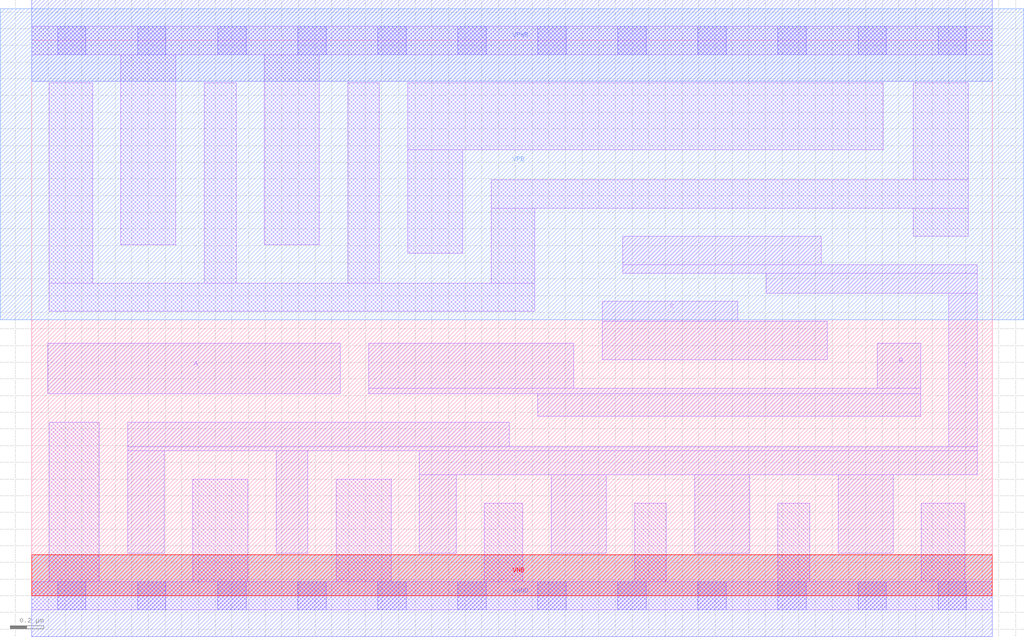
<source format=lef>
# Copyright 2020 The SkyWater PDK Authors
#
# Licensed under the Apache License, Version 2.0 (the "License");
# you may not use this file except in compliance with the License.
# You may obtain a copy of the License at
#
#     https://www.apache.org/licenses/LICENSE-2.0
#
# Unless required by applicable law or agreed to in writing, software
# distributed under the License is distributed on an "AS IS" BASIS,
# WITHOUT WARRANTIES OR CONDITIONS OF ANY KIND, either express or implied.
# See the License for the specific language governing permissions and
# limitations under the License.
#
# SPDX-License-Identifier: Apache-2.0

VERSION 5.7 ;
  NOWIREEXTENSIONATPIN ON ;
  DIVIDERCHAR "/" ;
  BUSBITCHARS "[]" ;
MACRO sky130_fd_sc_lp__nor3_4
  CLASS CORE ;
  FOREIGN sky130_fd_sc_lp__nor3_4 ;
  ORIGIN  0.000000  0.000000 ;
  SIZE  5.760000 BY  3.330000 ;
  SYMMETRY X Y R90 ;
  SITE unit ;
  PIN A
    ANTENNAGATEAREA  1.260000 ;
    DIRECTION INPUT ;
    USE SIGNAL ;
    PORT
      LAYER li1 ;
        RECT 0.095000 1.210000 1.850000 1.515000 ;
    END
  END A
  PIN B
    ANTENNAGATEAREA  1.260000 ;
    DIRECTION INPUT ;
    USE SIGNAL ;
    PORT
      LAYER li1 ;
        RECT 2.020000 1.210000 5.330000 1.245000 ;
        RECT 2.020000 1.245000 3.250000 1.515000 ;
        RECT 3.035000 1.075000 5.330000 1.210000 ;
        RECT 5.070000 1.245000 5.330000 1.515000 ;
    END
  END B
  PIN C
    ANTENNAGATEAREA  1.260000 ;
    DIRECTION INPUT ;
    USE SIGNAL ;
    PORT
      LAYER li1 ;
        RECT 3.420000 1.415000 4.770000 1.645000 ;
        RECT 3.420000 1.645000 4.235000 1.765000 ;
    END
  END C
  PIN Y
    ANTENNADIFFAREA  2.116800 ;
    DIRECTION OUTPUT ;
    USE SIGNAL ;
    PORT
      LAYER li1 ;
        RECT 0.575000 0.255000 0.795000 0.870000 ;
        RECT 0.575000 0.870000 5.670000 0.895000 ;
        RECT 0.575000 0.895000 2.865000 1.040000 ;
        RECT 1.465000 0.255000 1.655000 0.870000 ;
        RECT 2.325000 0.255000 2.545000 0.725000 ;
        RECT 2.325000 0.725000 5.670000 0.870000 ;
        RECT 3.115000 0.255000 3.445000 0.725000 ;
        RECT 3.545000 1.935000 5.670000 1.985000 ;
        RECT 3.545000 1.985000 4.735000 2.155000 ;
        RECT 3.975000 0.255000 4.305000 0.725000 ;
        RECT 4.405000 1.815000 5.670000 1.935000 ;
        RECT 4.835000 0.255000 5.165000 0.725000 ;
        RECT 5.500000 0.895000 5.670000 1.815000 ;
    END
  END Y
  PIN VGND
    DIRECTION INOUT ;
    USE GROUND ;
    PORT
      LAYER met1 ;
        RECT 0.000000 -0.245000 5.760000 0.245000 ;
    END
  END VGND
  PIN VNB
    DIRECTION INOUT ;
    USE GROUND ;
    PORT
      LAYER pwell ;
        RECT 0.000000 0.000000 5.760000 0.245000 ;
    END
  END VNB
  PIN VPB
    DIRECTION INOUT ;
    USE POWER ;
    PORT
      LAYER nwell ;
        RECT -0.190000 1.655000 5.950000 3.520000 ;
    END
  END VPB
  PIN VPWR
    DIRECTION INOUT ;
    USE POWER ;
    PORT
      LAYER met1 ;
        RECT 0.000000 3.085000 5.760000 3.575000 ;
    END
  END VPWR
  OBS
    LAYER li1 ;
      RECT 0.000000 -0.085000 5.760000 0.085000 ;
      RECT 0.000000  3.245000 5.760000 3.415000 ;
      RECT 0.105000  0.085000 0.405000 1.040000 ;
      RECT 0.105000  1.705000 3.015000 1.875000 ;
      RECT 0.105000  1.875000 0.365000 3.075000 ;
      RECT 0.535000  2.105000 0.865000 3.245000 ;
      RECT 0.965000  0.085000 1.295000 0.700000 ;
      RECT 1.035000  1.875000 1.225000 3.075000 ;
      RECT 1.395000  2.105000 1.725000 3.245000 ;
      RECT 1.825000  0.085000 2.155000 0.700000 ;
      RECT 1.895000  1.875000 2.085000 3.075000 ;
      RECT 2.255000  2.055000 2.585000 2.675000 ;
      RECT 2.255000  2.675000 5.105000 3.075000 ;
      RECT 2.715000  0.085000 2.945000 0.555000 ;
      RECT 2.755000  1.875000 3.015000 2.325000 ;
      RECT 2.755000  2.325000 5.615000 2.495000 ;
      RECT 3.615000  0.085000 3.805000 0.555000 ;
      RECT 4.475000  0.085000 4.665000 0.555000 ;
      RECT 5.285000  2.155000 5.615000 2.325000 ;
      RECT 5.285000  2.495000 5.615000 3.075000 ;
      RECT 5.335000  0.085000 5.595000 0.555000 ;
    LAYER mcon ;
      RECT 0.155000 -0.085000 0.325000 0.085000 ;
      RECT 0.155000  3.245000 0.325000 3.415000 ;
      RECT 0.635000 -0.085000 0.805000 0.085000 ;
      RECT 0.635000  3.245000 0.805000 3.415000 ;
      RECT 1.115000 -0.085000 1.285000 0.085000 ;
      RECT 1.115000  3.245000 1.285000 3.415000 ;
      RECT 1.595000 -0.085000 1.765000 0.085000 ;
      RECT 1.595000  3.245000 1.765000 3.415000 ;
      RECT 2.075000 -0.085000 2.245000 0.085000 ;
      RECT 2.075000  3.245000 2.245000 3.415000 ;
      RECT 2.555000 -0.085000 2.725000 0.085000 ;
      RECT 2.555000  3.245000 2.725000 3.415000 ;
      RECT 3.035000 -0.085000 3.205000 0.085000 ;
      RECT 3.035000  3.245000 3.205000 3.415000 ;
      RECT 3.515000 -0.085000 3.685000 0.085000 ;
      RECT 3.515000  3.245000 3.685000 3.415000 ;
      RECT 3.995000 -0.085000 4.165000 0.085000 ;
      RECT 3.995000  3.245000 4.165000 3.415000 ;
      RECT 4.475000 -0.085000 4.645000 0.085000 ;
      RECT 4.475000  3.245000 4.645000 3.415000 ;
      RECT 4.955000 -0.085000 5.125000 0.085000 ;
      RECT 4.955000  3.245000 5.125000 3.415000 ;
      RECT 5.435000 -0.085000 5.605000 0.085000 ;
      RECT 5.435000  3.245000 5.605000 3.415000 ;
  END
END sky130_fd_sc_lp__nor3_4
END LIBRARY

</source>
